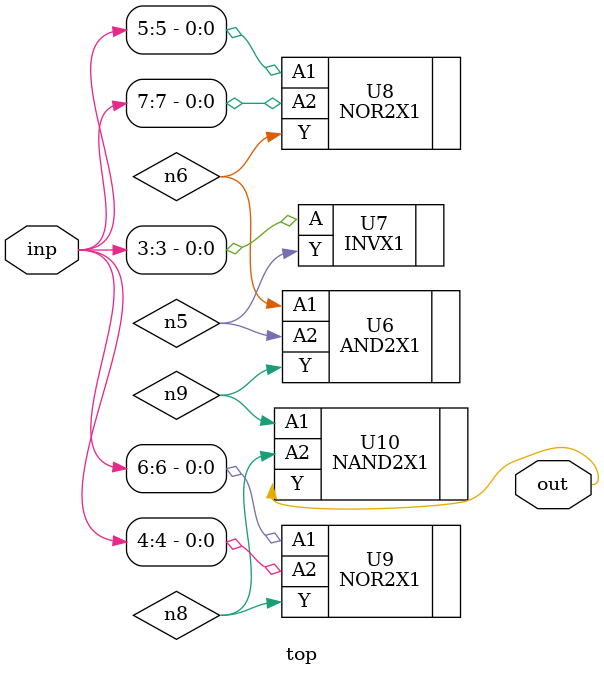
<source format=sv>


module top ( inp, out );
  input [7:0] inp;
  output out;
  wire   n5, n6, n8, n9;

  AND2X1 U6 ( .A1(n6), .A2(n5), .Y(n9) );
  INVX1 U7 ( .A(inp[3]), .Y(n5) );
  NOR2X1 U8 ( .A1(inp[5]), .A2(inp[7]), .Y(n6) );
  NOR2X1 U9 ( .A1(inp[6]), .A2(inp[4]), .Y(n8) );
  NAND2X1 U10 ( .A1(n9), .A2(n8), .Y(out) );
endmodule


</source>
